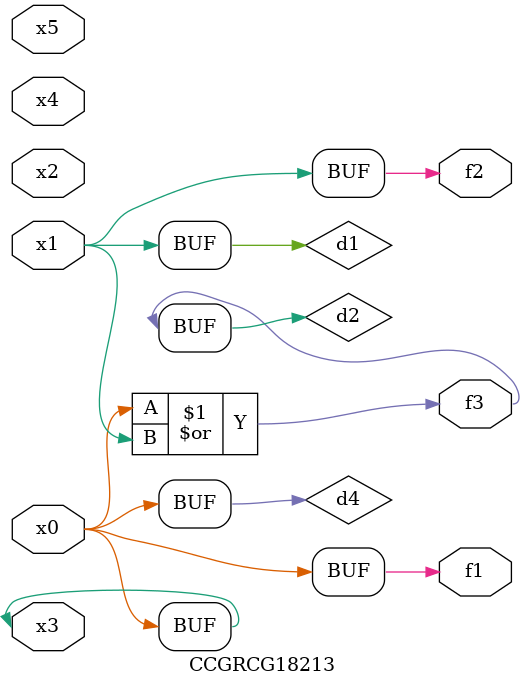
<source format=v>
module CCGRCG18213(
	input x0, x1, x2, x3, x4, x5,
	output f1, f2, f3
);

	wire d1, d2, d3, d4;

	and (d1, x1);
	or (d2, x0, x1);
	nand (d3, x0, x5);
	buf (d4, x0, x3);
	assign f1 = d4;
	assign f2 = d1;
	assign f3 = d2;
endmodule

</source>
